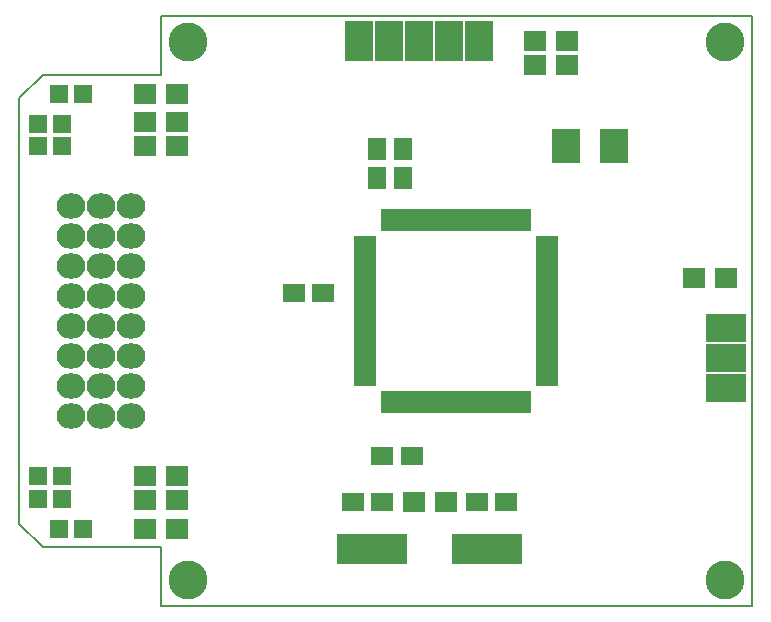
<source format=gbr>
G04 #@! TF.FileFunction,Soldermask,Top*
%FSLAX46Y46*%
G04 Gerber Fmt 4.6, Leading zero omitted, Abs format (unit mm)*
G04 Created by KiCad (PCBNEW 4.0.0-rc1-stable) date 11/9/2015 9:11:32 AM*
%MOMM*%
G01*
G04 APERTURE LIST*
%ADD10C,0.100000*%
%ADD11C,0.150000*%
%ADD12R,1.900000X0.700000*%
%ADD13R,0.700000X1.900000*%
%ADD14C,3.300000*%
%ADD15O,2.432000X2.127200*%
%ADD16R,6.000700X2.500580*%
%ADD17R,1.900000X1.650000*%
%ADD18R,1.650000X1.900000*%
%ADD19R,1.598880X1.598880*%
%ADD20R,1.900000X1.700000*%
%ADD21R,3.400000X2.400000*%
%ADD22R,2.400000X3.400000*%
%ADD23R,2.400000X2.900000*%
G04 APERTURE END LIST*
D10*
D11*
X100800000Y-76200000D02*
X100800000Y-26200000D01*
X50800000Y-76200000D02*
X100800000Y-76200000D01*
X50800000Y-71200000D02*
X50800000Y-76200000D01*
X40800000Y-71200000D02*
X50800000Y-71200000D01*
X38800000Y-69200000D02*
X40800000Y-71200000D01*
X38800000Y-33200000D02*
X38800000Y-69200000D01*
X40800000Y-31200000D02*
X38800000Y-33200000D01*
X50800000Y-31200000D02*
X40800000Y-31200000D01*
X50800000Y-26200000D02*
X50800000Y-31200000D01*
X100800000Y-26200000D02*
X50800000Y-26200000D01*
D12*
X68100000Y-45200000D03*
X68100000Y-45700000D03*
X68100000Y-46200000D03*
X68100000Y-46700000D03*
X68100000Y-47200000D03*
X68100000Y-47700000D03*
X68100000Y-48200000D03*
X68100000Y-48700000D03*
X68100000Y-49200000D03*
X68100000Y-49700000D03*
X68100000Y-50200000D03*
X68100000Y-50700000D03*
X68100000Y-51200000D03*
X68100000Y-51700000D03*
X68100000Y-52200000D03*
X68100000Y-52700000D03*
X68100000Y-53200000D03*
X68100000Y-53700000D03*
X68100000Y-54200000D03*
X68100000Y-54700000D03*
X68100000Y-55200000D03*
X68100000Y-55700000D03*
X68100000Y-56200000D03*
X68100000Y-56700000D03*
X68100000Y-57200000D03*
D13*
X69800000Y-58900000D03*
X70300000Y-58900000D03*
X70800000Y-58900000D03*
X71300000Y-58900000D03*
X71800000Y-58900000D03*
X72300000Y-58900000D03*
X72800000Y-58900000D03*
X73300000Y-58900000D03*
X73800000Y-58900000D03*
X74300000Y-58900000D03*
X74800000Y-58900000D03*
X75300000Y-58900000D03*
X75800000Y-58900000D03*
X76300000Y-58900000D03*
X76800000Y-58900000D03*
X77300000Y-58900000D03*
X77800000Y-58900000D03*
X78300000Y-58900000D03*
X78800000Y-58900000D03*
X79300000Y-58900000D03*
X79800000Y-58900000D03*
X80300000Y-58900000D03*
X80800000Y-58900000D03*
X81300000Y-58900000D03*
X81800000Y-58900000D03*
D12*
X83500000Y-57200000D03*
X83500000Y-56700000D03*
X83500000Y-56200000D03*
X83500000Y-55700000D03*
X83500000Y-55200000D03*
X83500000Y-54700000D03*
X83500000Y-54200000D03*
X83500000Y-53700000D03*
X83500000Y-53200000D03*
X83500000Y-52700000D03*
X83500000Y-52200000D03*
X83500000Y-51700000D03*
X83500000Y-51200000D03*
X83500000Y-50700000D03*
X83500000Y-50200000D03*
X83500000Y-49700000D03*
X83500000Y-49200000D03*
X83500000Y-48700000D03*
X83500000Y-48200000D03*
X83500000Y-47700000D03*
X83500000Y-47200000D03*
X83500000Y-46700000D03*
X83500000Y-46200000D03*
X83500000Y-45700000D03*
X83500000Y-45200000D03*
D13*
X81800000Y-43500000D03*
X81300000Y-43500000D03*
X80800000Y-43500000D03*
X80300000Y-43500000D03*
X79800000Y-43500000D03*
X79300000Y-43500000D03*
X78800000Y-43500000D03*
X78300000Y-43500000D03*
X77800000Y-43500000D03*
X77300000Y-43500000D03*
X76800000Y-43500000D03*
X76300000Y-43500000D03*
X75800000Y-43500000D03*
X75300000Y-43500000D03*
X74800000Y-43500000D03*
X74300000Y-43500000D03*
X73800000Y-43500000D03*
X73300000Y-43500000D03*
X72800000Y-43500000D03*
X72300000Y-43500000D03*
X71800000Y-43500000D03*
X71300000Y-43500000D03*
X70800000Y-43500000D03*
X70300000Y-43500000D03*
X69800000Y-43500000D03*
D14*
X53050000Y-28450000D03*
X98550000Y-28450000D03*
X98550000Y-73950000D03*
X53050000Y-73950000D03*
D15*
X43180000Y-42310000D03*
X43180000Y-44850000D03*
X43180000Y-47390000D03*
X43180000Y-49930000D03*
X43180000Y-52470000D03*
X43180000Y-55010000D03*
X43180000Y-57550000D03*
X43180000Y-60090000D03*
X45720000Y-42310000D03*
X45720000Y-44850000D03*
X45720000Y-47390000D03*
X45720000Y-49930000D03*
X45720000Y-52470000D03*
X45720000Y-55010000D03*
X45720000Y-57550000D03*
X45720000Y-60090000D03*
X48260000Y-42310000D03*
X48260000Y-44850000D03*
X48260000Y-47390000D03*
X48260000Y-49930000D03*
X48260000Y-52470000D03*
X48260000Y-55010000D03*
X48260000Y-57550000D03*
X48260000Y-60090000D03*
D16*
X68701140Y-71330000D03*
X78398860Y-71330000D03*
D17*
X69550000Y-67330000D03*
X67050000Y-67330000D03*
X77550000Y-67330000D03*
X80050000Y-67330000D03*
D18*
X71300000Y-39950000D03*
X71300000Y-37450000D03*
X69050000Y-39950000D03*
X69050000Y-37450000D03*
D17*
X72050000Y-63450000D03*
X69550000Y-63450000D03*
X64550000Y-49700000D03*
X62050000Y-49700000D03*
D19*
X42451020Y-35325000D03*
X40352980Y-35325000D03*
X42451020Y-65170000D03*
X40352980Y-65170000D03*
X44229020Y-69615000D03*
X42130980Y-69615000D03*
X44229020Y-32785000D03*
X42130980Y-32785000D03*
X42451020Y-37230000D03*
X40352980Y-37230000D03*
X42451020Y-67075000D03*
X40352980Y-67075000D03*
D20*
X98632000Y-48387000D03*
X95932000Y-48387000D03*
X52150000Y-35198000D03*
X49450000Y-35198000D03*
X52150000Y-65170000D03*
X49450000Y-65170000D03*
X52150000Y-32785000D03*
X49450000Y-32785000D03*
X52150000Y-37230000D03*
X49450000Y-37230000D03*
X52150000Y-67202000D03*
X49450000Y-67202000D03*
X49450000Y-69615000D03*
X52150000Y-69615000D03*
X74900000Y-67330000D03*
X72200000Y-67330000D03*
X82470000Y-30353000D03*
X85170000Y-30353000D03*
X82470000Y-28321000D03*
X85170000Y-28321000D03*
D21*
X98665000Y-52597000D03*
X98665000Y-52597000D03*
X98665000Y-55137000D03*
X98665000Y-55137000D03*
X98665000Y-57677000D03*
X98665000Y-57677000D03*
D22*
X67564000Y-28335000D03*
X67564000Y-28335000D03*
X70104000Y-28335000D03*
X70104000Y-28335000D03*
X72644000Y-28335000D03*
X72644000Y-28335000D03*
X75184000Y-28335000D03*
X75184000Y-28335000D03*
X77724000Y-28335000D03*
X77724000Y-28335000D03*
D23*
X85122000Y-37230000D03*
X89122000Y-37230000D03*
M02*

</source>
